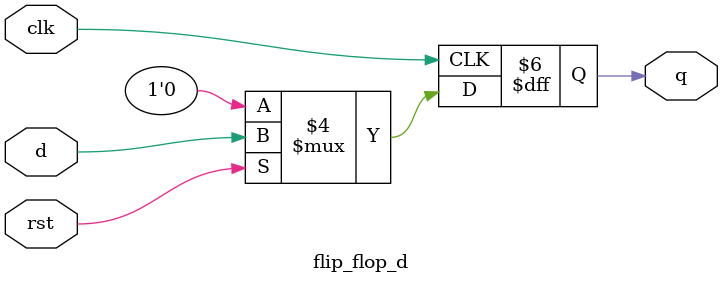
<source format=sv>
module flip_flop_d #(
    parameter WIDTH = 1
) (
    input  logic clk,
    input  logic rst,
    input  logic [WIDTH-1:0] d,
    output logic [WIDTH-1:0] q
);

    always_ff @(posedge clk) begin
        if (!rst) begin
            q <= '0;
        end else begin
            q <= d;
        end
    end

endmodule

</source>
